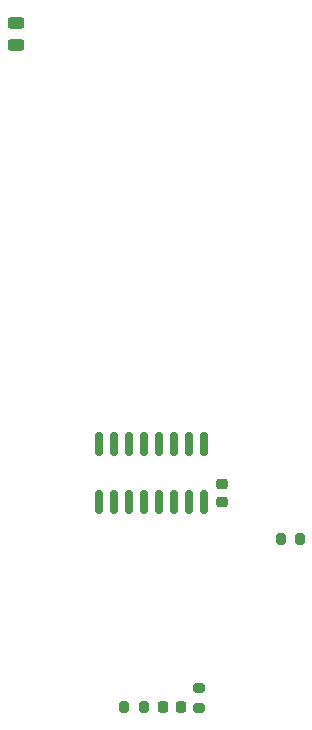
<source format=gtp>
%TF.GenerationSoftware,KiCad,Pcbnew,7.0.9*%
%TF.CreationDate,2023-11-24T17:14:23+00:00*%
%TF.ProjectId,12v-jelly,3132762d-6a65-46c6-9c79-2e6b69636164,rev?*%
%TF.SameCoordinates,Original*%
%TF.FileFunction,Paste,Top*%
%TF.FilePolarity,Positive*%
%FSLAX46Y46*%
G04 Gerber Fmt 4.6, Leading zero omitted, Abs format (unit mm)*
G04 Created by KiCad (PCBNEW 7.0.9) date 2023-11-24 17:14:23*
%MOMM*%
%LPD*%
G01*
G04 APERTURE LIST*
G04 Aperture macros list*
%AMRoundRect*
0 Rectangle with rounded corners*
0 $1 Rounding radius*
0 $2 $3 $4 $5 $6 $7 $8 $9 X,Y pos of 4 corners*
0 Add a 4 corners polygon primitive as box body*
4,1,4,$2,$3,$4,$5,$6,$7,$8,$9,$2,$3,0*
0 Add four circle primitives for the rounded corners*
1,1,$1+$1,$2,$3*
1,1,$1+$1,$4,$5*
1,1,$1+$1,$6,$7*
1,1,$1+$1,$8,$9*
0 Add four rect primitives between the rounded corners*
20,1,$1+$1,$2,$3,$4,$5,0*
20,1,$1+$1,$4,$5,$6,$7,0*
20,1,$1+$1,$6,$7,$8,$9,0*
20,1,$1+$1,$8,$9,$2,$3,0*%
G04 Aperture macros list end*
%ADD10RoundRect,0.150000X-0.150000X0.825000X-0.150000X-0.825000X0.150000X-0.825000X0.150000X0.825000X0*%
%ADD11RoundRect,0.200000X0.200000X0.275000X-0.200000X0.275000X-0.200000X-0.275000X0.200000X-0.275000X0*%
%ADD12RoundRect,0.200000X0.275000X-0.200000X0.275000X0.200000X-0.275000X0.200000X-0.275000X-0.200000X0*%
%ADD13RoundRect,0.243750X-0.456250X0.243750X-0.456250X-0.243750X0.456250X-0.243750X0.456250X0.243750X0*%
%ADD14RoundRect,0.225000X0.225000X0.250000X-0.225000X0.250000X-0.225000X-0.250000X0.225000X-0.250000X0*%
%ADD15RoundRect,0.200000X-0.200000X-0.275000X0.200000X-0.275000X0.200000X0.275000X-0.200000X0.275000X0*%
%ADD16RoundRect,0.225000X0.250000X-0.225000X0.250000X0.225000X-0.250000X0.225000X-0.250000X-0.225000X0*%
G04 APERTURE END LIST*
D10*
%TO.C,U1*%
X84445000Y-59525000D03*
X83175000Y-59525000D03*
X81905000Y-59525000D03*
X80635000Y-59525000D03*
X79365000Y-59525000D03*
X78095000Y-59525000D03*
X76825000Y-59525000D03*
X75555000Y-59525000D03*
X75555000Y-64475000D03*
X76825000Y-64475000D03*
X78095000Y-64475000D03*
X79365000Y-64475000D03*
X80635000Y-64475000D03*
X81905000Y-64475000D03*
X83175000Y-64475000D03*
X84445000Y-64475000D03*
%TD*%
D11*
%TO.C,R1*%
X92575000Y-67600000D03*
X90925000Y-67600000D03*
%TD*%
D12*
%TO.C,R2*%
X84000000Y-81890000D03*
X84000000Y-80240000D03*
%TD*%
D13*
%TO.C,D1*%
X68500000Y-23875000D03*
X68500000Y-25750000D03*
%TD*%
D14*
%TO.C,C2*%
X82525000Y-81815000D03*
X80975000Y-81815000D03*
%TD*%
D15*
%TO.C,R3*%
X77675000Y-81815000D03*
X79325000Y-81815000D03*
%TD*%
D16*
%TO.C,C1*%
X86000000Y-64500000D03*
X86000000Y-62950000D03*
%TD*%
M02*

</source>
